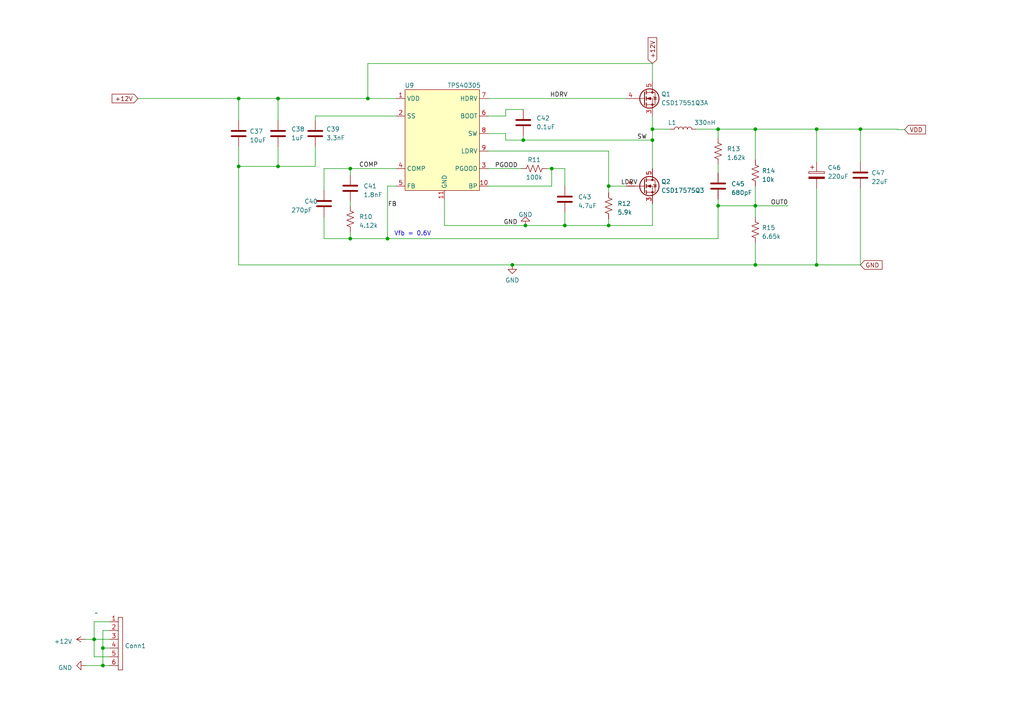
<source format=kicad_sch>
(kicad_sch (version 20230121) (generator eeschema)
  (paper "A4")
  (lib_symbols
    (symbol "Device:C" (pin_numbers hide) (pin_names (offset 0.254))
      (property "Reference" "C" (at 0.635 2.54 0))
      (property "Value" "C" (at 0.635 -2.54 0))
      (symbol "C_0_1"
        (polyline (pts (xy -2.032 -0.762) (xy 2.032 -0.762)) (stroke (width 0.508)))
        (polyline (pts (xy -2.032 0.762) (xy 2.032 0.762)) (stroke (width 0.508)))
      )
      (symbol "C_1_1"
        (pin passive line (at 0 3.81 270) (length 2.794) (name "~") (number "1"))
        (pin passive line (at 0 -3.81 90) (length 2.794) (name "~") (number "2"))
      )
    )
    (symbol "Device:C_Polarized" (pin_numbers hide) (pin_names (offset 0.254))
      (property "Reference" "C" (at 0.635 2.54 0))
      (property "Value" "C_Polarized" (at 0.635 -2.54 0))
      (symbol "C_Polarized_0_1"
        (rectangle (start -2.286 0.508) (end 2.286 1.016))
        (polyline (pts (xy -1.778 2.286) (xy -0.762 2.286)))
        (polyline (pts (xy -1.27 2.794) (xy -1.27 1.778)))
        (rectangle (start 2.286 -0.508) (end -2.286 -1.016) (fill (type outline)))
      )
      (symbol "C_Polarized_1_1"
        (pin passive line (at 0 3.81 270) (length 2.794) (name "~") (number "1"))
        (pin passive line (at 0 -3.81 90) (length 2.794) (name "~") (number "2"))
      )
    )
    (symbol "Device:L" (pin_numbers hide) (pin_names (offset 1.016) hide)
      (property "Reference" "L" (at -1.27 0 90))
      (property "Value" "L" (at 1.905 0 90))
      (symbol "L_0_1"
        (arc (start 0 -2.54) (mid 0.6323 -1.905) (end 0 -1.27))
        (arc (start 0 -1.27) (mid 0.6323 -0.635) (end 0 0))
        (arc (start 0 0) (mid 0.6323 0.635) (end 0 1.27))
        (arc (start 0 1.27) (mid 0.6323 1.905) (end 0 2.54))
      )
      (symbol "L_1_1"
        (pin passive line (at 0 3.81 270) (length 1.27) (name "1") (number "1"))
        (pin passive line (at 0 -3.81 90) (length 1.27) (name "2") (number "2"))
      )
    )
    (symbol "Device:R_US" (pin_numbers hide) (pin_names (offset 0))
      (property "Reference" "R" (at 2.54 0 90))
      (property "Value" "R_US" (at -2.54 0 90))
      (symbol "R_US_0_1"
        (polyline (pts (xy 0 -2.286) (xy 0 -2.54)))
        (polyline (pts (xy 0 2.286) (xy 0 2.54)))
        (polyline (pts (xy 0 -0.762) (xy 1.016 -1.143) (xy 0 -1.524) (xy -1.016 -1.905) (xy 0 -2.286)))
        (polyline (pts (xy 0 0.762) (xy 1.016 0.381) (xy 0 0) (xy -1.016 -0.381) (xy 0 -0.762)))
        (polyline (pts (xy 0 2.286) (xy 1.016 1.905) (xy 0 1.524) (xy -1.016 1.143) (xy 0 0.762)))
      )
      (symbol "R_US_1_1"
        (pin passive line (at 0 3.81 270) (length 1.27) (name "~") (number "1"))
        (pin passive line (at 0 -3.81 90) (length 1.27) (name "~") (number "2"))
      )
    )
    (symbol "New_Library:pcie6pin"
      (property "Reference" "Conn" (at 0 0 0))
      (symbol "pcie6pin_0_1"
        (rectangle (start 6.35 -16.51) (end 7.62 -16.51))
        (rectangle (start 6.35 -1.27) (end 6.35 -16.51))
        (rectangle (start 6.35 -1.27) (end 7.62 -1.27))
        (rectangle (start 7.62 -1.27) (end 7.62 -16.51))
      )
      (symbol "pcie6pin_1_1"
        (pin input line (at 3.81 -2.54 0) (length 2.54) (name "") (number "1"))
        (pin input line (at 3.81 -5.08 0) (length 2.54) (name "") (number "2"))
        (pin input line (at 3.81 -7.62 0) (length 2.54) (name "") (number "3"))
        (pin input line (at 3.81 -10.16 0) (length 2.54) (name "") (number "4"))
        (pin input line (at 3.81 -12.7 0) (length 2.54) (name "") (number "5"))
        (pin input line (at 3.81 -15.24 0) (length 2.54) (name "") (number "6"))
      )
    )
    (symbol "Q_NMOS_CSD17311Q5_1" (pin_names (offset 0) hide)
      (property "Reference" "Q" (at 5.08 1.27 0))
      (property "Value" "Q_NMOS_CSD17311Q5_1" (at 5.08 -1.27 0))
      (symbol "Q_NMOS_CSD17311Q5_1_0_1"
        (polyline (pts (xy 0.254 0) (xy -2.54 0)))
        (polyline (pts (xy 0.254 1.905) (xy 0.254 -1.905)) (stroke (width 0.254)))
        (polyline (pts (xy 0.762 -1.27) (xy 0.762 -2.286)) (stroke (width 0.254)))
        (polyline (pts (xy 0.762 0.508) (xy 0.762 -0.508)) (stroke (width 0.254)))
        (polyline (pts (xy 0.762 2.286) (xy 0.762 1.27)) (stroke (width 0.254)))
        (polyline (pts (xy 2.54 2.54) (xy 2.54 1.778)))
        (polyline (pts (xy 2.54 -2.54) (xy 2.54 0) (xy 0.762 0)))
        (polyline (pts (xy 0.762 -1.778) (xy 3.302 -1.778) (xy 3.302 1.778) (xy 0.762 1.778)))
        (polyline (pts (xy 1.016 0) (xy 2.032 0.381) (xy 2.032 -0.381) (xy 1.016 0)) (fill (type outline)))
        (polyline (pts (xy 2.794 0.508) (xy 2.921 0.381) (xy 3.683 0.381) (xy 3.81 0.254)))
        (polyline (pts (xy 3.302 0.381) (xy 2.921 -0.254) (xy 3.683 -0.254) (xy 3.302 0.381)))
        (circle (center 1.651 0) (radius 2.794) (stroke (width 0.254)))
        (circle (center 2.54 -1.778) (radius 0.254) (fill (type outline)))
        (circle (center 2.54 1.778) (radius 0.254) (fill (type outline)))
      )
      (symbol "Q_NMOS_CSD17311Q5_1_1_1"
        (pin passive line (at 2.54 -5.08 90) (length 2.54) hide (name "") (number "1"))
        (pin passive line (at 2.54 -5.08 90) (length 2.54) hide (name "") (number "2"))
        (pin passive line (at 2.54 -5.08 90) (length 2.54) (name "S") (number "3"))
        (pin input line (at -5.08 0 0) (length 2.54) (name "G") (number "4"))
        (pin passive line (at 2.54 5.08 270) (length 2.54) (name "D") (number "5"))
      )
    )
    (symbol "TPS40305:TPS40305"
      (property "Reference" "U" (at 10.16 16.51 0))
      (property "Value" "TPS40305" (at -7.62 16.51 0))
      (symbol "TPS40305_0_1"
        (rectangle (start -11.43 15.24) (end 10.16 -13.97) (stroke (width 0.1524)) (fill (type background)))
      )
      (symbol "TPS40305_1_1"
        (pin input line (at -13.97 12.7 0) (length 2.54) (name "VDD") (number "1"))
        (pin input line (at 12.7 -12.7 180) (length 2.54) (name "BP") (number "10"))
        (pin input line (at 0 -16.51 90) (length 2.54) (name "GND") (number "11"))
        (pin input line (at -13.97 7.62 0) (length 2.54) (name "SS") (number "2"))
        (pin input line (at 12.7 -7.62 180) (length 2.54) (name "PGOOD") (number "3"))
        (pin input line (at -13.97 -7.62 0) (length 2.54) (name "COMP") (number "4"))
        (pin input line (at -13.97 -12.7 0) (length 2.54) (name "FB") (number "5"))
        (pin input line (at 12.7 7.62 180) (length 2.54) (name "BOOT") (number "6"))
        (pin input line (at 12.7 12.7 180) (length 2.54) (name "HDRV") (number "7"))
        (pin input line (at 12.7 2.54 180) (length 2.54) (name "SW") (number "8"))
        (pin input line (at 12.7 -2.54 180) (length 2.54) (name "LDRV") (number "9"))
      )
    )
    (symbol "power:+12V" (power) (pin_names (offset 0))
      (property "Value" "+12V" (at 0 3.556 0))
      (symbol "+12V_0_1"
        (polyline (pts (xy -0.762 1.27) (xy 0 2.54)))
        (polyline (pts (xy 0 0) (xy 0 2.54)))
        (polyline (pts (xy 0 2.54) (xy 0.762 1.27)))
      )
      (symbol "+12V_1_1"
        (pin power_in line (at 0 0 90) (length 0) hide (name "+12V") (number "1"))
      )
    )
    (symbol "power:GND" (power) (pin_names (offset 0))
      (property "Value" "GND" (at 0 -3.81 0))
      (symbol "GND_0_1"
        (polyline (pts (xy 0 0) (xy 0 -1.27) (xy 1.27 -1.27) (xy 0 -2.54) (xy -1.27 -1.27) (xy 0 -1.27)))
      )
      (symbol "GND_1_1"
        (pin power_in line (at 0 0 270) (length 0) hide (name "GND") (number "1"))
      )
    )
  )
  (junction (at 219.075 76.835))
  (junction (at 236.855 37.465))
  (junction (at 208.28 37.465))
  (junction (at 219.075 59.69))
  (junction (at 208.28 59.69))
  (junction (at 160.02 48.895))
  (junction (at 176.53 65.405))
  (junction (at 80.645 48.26))
  (junction (at 27.305 185.42))
  (junction (at 163.83 65.405))
  (junction (at 101.6 69.215))
  (junction (at 189.23 40.64))
  (junction (at 189.23 37.465))
  (junction (at 249.555 37.465))
  (junction (at 29.845 187.96))
  (junction (at 148.59 76.835))
  (junction (at 69.215 28.575))
  (junction (at 69.215 48.26))
  (junction (at 106.68 28.575))
  (junction (at 80.645 28.575))
  (junction (at 101.6 48.895))
  (junction (at 152.4 65.405))
  (junction (at 151.765 40.64))
  (junction (at 112.395 69.215))
  (junction (at 29.845 193.04))
  (junction (at 219.075 37.465))
  (junction (at 176.53 53.975))
  (junction (at 236.855 76.835))
  (wire (pts (xy 128.905 65.405) (xy 152.4 65.405)))
  (wire (pts (xy 146.685 40.64) (xy 151.765 40.64)))
  (wire (pts (xy 208.28 69.215) (xy 112.395 69.215)))
  (wire (pts (xy 80.645 48.26) (xy 91.44 48.26)))
  (wire (pts (xy 163.83 65.405) (xy 176.53 65.405)))
  (wire (pts (xy 249.555 54.61) (xy 249.555 76.835)))
  (wire (pts (xy 236.855 37.465) (xy 219.075 37.465)))
  (wire (pts (xy 158.75 48.895) (xy 160.02 48.895)))
  (wire (pts (xy 219.075 70.485) (xy 219.075 76.835)))
  (wire (pts (xy 249.555 37.465) (xy 260.35 37.465)))
  (wire (pts (xy 29.845 193.04) (xy 29.845 187.96)))
  (wire (pts (xy 208.28 59.69) (xy 219.075 59.69)))
  (wire (pts (xy 27.305 185.42) (xy 31.75 185.42)))
  (wire (pts (xy 31.75 193.04) (xy 29.845 193.04)))
  (wire (pts (xy 163.83 61.595) (xy 163.83 65.405)))
  (wire (pts (xy 176.53 65.405) (xy 176.53 63.5)))
  (wire (pts (xy 219.075 76.835) (xy 236.855 76.835)))
  (wire (pts (xy 189.23 37.465) (xy 194.31 37.465)))
  (wire (pts (xy 189.23 37.465) (xy 189.23 40.64)))
  (wire (pts (xy 208.28 59.69) (xy 208.28 69.215)))
  (wire (pts (xy 219.075 53.975) (xy 219.075 59.69)))
  (wire (pts (xy 69.215 28.575) (xy 69.215 34.925)))
  (wire (pts (xy 141.605 38.735) (xy 146.685 38.735)))
  (wire (pts (xy 249.555 37.465) (xy 236.855 37.465)))
  (wire (pts (xy 80.645 28.575) (xy 106.68 28.575)))
  (wire (pts (xy 69.215 48.26) (xy 69.215 76.835)))
  (wire (pts (xy 101.6 48.895) (xy 93.98 48.895)))
  (wire (pts (xy 31.75 182.88) (xy 29.845 182.88)))
  (wire (pts (xy 29.845 187.96) (xy 31.75 187.96)))
  (wire (pts (xy 40.005 28.575) (xy 69.215 28.575)))
  (wire (pts (xy 93.98 69.215) (xy 93.98 62.865)))
  (wire (pts (xy 80.645 28.575) (xy 80.645 34.925)))
  (wire (pts (xy 24.765 193.04) (xy 29.845 193.04)))
  (wire (pts (xy 114.935 48.895) (xy 101.6 48.895)))
  (wire (pts (xy 80.645 42.545) (xy 80.645 48.26)))
  (wire (pts (xy 31.75 190.5) (xy 27.305 190.5)))
  (wire (pts (xy 219.075 59.69) (xy 228.6 59.69)))
  (wire (pts (xy 189.23 59.055) (xy 189.23 65.405)))
  (wire (pts (xy 141.605 43.815) (xy 176.53 43.815)))
  (wire (pts (xy 176.53 53.975) (xy 176.53 55.88)))
  (wire (pts (xy 106.68 28.575) (xy 114.935 28.575)))
  (wire (pts (xy 219.075 59.69) (xy 219.075 62.865)))
  (wire (pts (xy 101.6 69.215) (xy 93.98 69.215)))
  (wire (pts (xy 69.215 28.575) (xy 80.645 28.575)))
  (wire (pts (xy 27.305 190.5) (xy 27.305 185.42)))
  (wire (pts (xy 146.685 33.655) (xy 146.685 31.75)))
  (wire (pts (xy 146.685 38.735) (xy 146.685 40.64)))
  (wire (pts (xy 93.98 48.895) (xy 93.98 55.245)))
  (wire (pts (xy 146.685 31.75) (xy 151.765 31.75)))
  (wire (pts (xy 176.53 43.815) (xy 176.53 53.975)))
  (wire (pts (xy 189.23 18.415) (xy 189.23 23.495)))
  (wire (pts (xy 151.765 39.37) (xy 151.765 40.64)))
  (wire (pts (xy 160.02 48.895) (xy 163.83 48.895)))
  (wire (pts (xy 208.28 47.625) (xy 208.28 50.165)))
  (wire (pts (xy 114.935 53.975) (xy 112.395 53.975)))
  (wire (pts (xy 112.395 69.215) (xy 101.6 69.215)))
  (wire (pts (xy 69.215 76.835) (xy 148.59 76.835)))
  (wire (pts (xy 236.855 37.465) (xy 236.855 46.99)))
  (wire (pts (xy 114.935 33.655) (xy 91.44 33.655)))
  (wire (pts (xy 189.23 40.64) (xy 189.23 48.895)))
  (wire (pts (xy 91.44 42.545) (xy 91.44 48.26)))
  (wire (pts (xy 208.28 37.465) (xy 208.28 40.005)))
  (wire (pts (xy 160.02 53.975) (xy 160.02 48.895)))
  (wire (pts (xy 260.35 37.592) (xy 260.35 37.465)))
  (wire (pts (xy 141.605 28.575) (xy 181.61 28.575)))
  (wire (pts (xy 101.6 48.895) (xy 101.6 50.8)))
  (wire (pts (xy 249.555 46.99) (xy 249.555 37.465)))
  (wire (pts (xy 101.6 67.31) (xy 101.6 69.215)))
  (wire (pts (xy 141.605 33.655) (xy 146.685 33.655)))
  (wire (pts (xy 106.68 18.415) (xy 106.68 28.575)))
  (wire (pts (xy 24.765 185.42) (xy 27.305 185.42)))
  (wire (pts (xy 208.28 37.465) (xy 219.075 37.465)))
  (wire (pts (xy 262.382 37.592) (xy 260.35 37.592)))
  (wire (pts (xy 29.845 182.88) (xy 29.845 187.96)))
  (wire (pts (xy 189.23 33.655) (xy 189.23 37.465)))
  (wire (pts (xy 101.6 58.42) (xy 101.6 59.69)))
  (wire (pts (xy 152.4 65.405) (xy 163.83 65.405)))
  (wire (pts (xy 236.855 76.835) (xy 249.555 76.835)))
  (wire (pts (xy 176.53 53.975) (xy 181.61 53.975)))
  (wire (pts (xy 201.93 37.465) (xy 208.28 37.465)))
  (wire (pts (xy 219.075 37.465) (xy 219.075 46.355)))
  (wire (pts (xy 151.765 40.64) (xy 189.23 40.64)))
  (wire (pts (xy 141.605 53.975) (xy 160.02 53.975)))
  (wire (pts (xy 141.605 48.895) (xy 151.13 48.895)))
  (wire (pts (xy 148.59 76.835) (xy 219.075 76.835)))
  (wire (pts (xy 163.83 48.895) (xy 163.83 53.975)))
  (wire (pts (xy 69.215 48.26) (xy 80.645 48.26)))
  (wire (pts (xy 112.395 53.975) (xy 112.395 69.215)))
  (wire (pts (xy 189.23 65.405) (xy 176.53 65.405)))
  (wire (pts (xy 69.215 42.545) (xy 69.215 48.26)))
  (wire (pts (xy 27.305 180.34) (xy 27.305 185.42)))
  (wire (pts (xy 31.75 180.34) (xy 27.305 180.34)))
  (wire (pts (xy 236.855 54.61) (xy 236.855 76.835)))
  (wire (pts (xy 189.23 18.415) (xy 106.68 18.415)))
  (wire (pts (xy 208.28 57.785) (xy 208.28 59.69)))
  (wire (pts (xy 128.905 57.785) (xy 128.905 65.405)))
  (wire (pts (xy 91.44 33.655) (xy 91.44 34.925)))
  (text "Vfb = 0.6V" (at 114.3 68.58 0) (effects (font (size 1.27 1.27)) (justify left bottom)))
  (label "HDRV" (at 159.512 28.448 0))
  (label "FB" (at 112.522 60.198 0))
  (label "COMP" (at 104.14 48.768 0))
  (label "LDRV" (at 180.086 53.848 0))
  (label "OUT0" (at 223.52 59.69 0))
  (label "SW" (at 184.785 40.64 0))
  (label "GND" (at 146.05 65.405 0))
  (label "PGOOD" (at 143.51 48.895 0))
  (global_label "VDD" (shape input) (at 262.382 37.592 0) (property "Intersheetrefs" "${INTERSHEET_REFS}" (effects hide)))
  (global_label "+12V" (shape input) (at 189.23 18.415 90) (property "Intersheetrefs" "${INTERSHEET_REFS}" (effects hide)))
  (global_label "+12V" (shape input) (at 40.005 28.575 180) (property "Intersheetrefs" "${INTERSHEET_REFS}" (effects hide)))
  (global_label "GND" (shape input) (at 249.555 76.835 0) (property "Intersheetrefs" "${INTERSHEET_REFS}" (effects hide)))
  (symbol (lib_id "TPS40305:TPS40305") (at 128.905 41.275 0) (unit 1)
    (property "Reference" "U9" (at 118.745 24.765 0))
    (property "Value" "TPS40305" (at 134.62 24.765 0))
    (property "Footprint" "EASYEDA2KICAD:VSON-10_L3.0-W3.0-P0.50-BL-EP_TPS62410DRCR" (effects hide))
    (property "Datasheet" "https://www.ti.com/lit/ds/symlink/tps40303.pdf" (effects hide))
    (property "DK" "296-37445-1-ND" (effects hide))
    (property "PARTNO" "TPS40305DRCR" (effects hide))
    (property "LCSC Part" "C140285" (effects hide))
    (instances (project "Hashat" (path "" (reference "U9") (unit 1))) (project "VooDoo 4x PCIe" (path "" (reference "U1") (unit 1))) (project "power" (path "" (reference "U9") (unit 1))) (project "bitaxeMax" (path "" (reference "U9") (unit 1))))
  )
  (symbol (lib_id "power:GND") (at 148.59 76.835 0) (unit 1)
    (property "Reference" "#PWR012" (effects hide))
    (property "Value" "GND" (at 148.59 81.28 0))
  )
  (symbol (lib_id "Device:C") (at 101.6 54.61 0) (unit 1)
    (property "Reference" "C41" (at 105.41 53.975 0) (effects (justify left)))
    (property "Value" "1.8nF" (at 105.41 56.515 0) (effects (justify left)))
    (property "Footprint" "Capacitor_SMD:C_0805_2012Metric" (effects hide))
    (property "DK" "311-1128-1-ND" (effects hide))
    (property "PARTNO" "CC0805KRX7R9BB152" (effects hide))
    (instances (project "Hashat" (path "" (reference "C41") (unit 1))) (project "VooDoo 4x PCIe" (path "" (reference "C33") (unit 1))) (project "power" (path "" (reference "C41") (unit 1))) (project "bitaxeMax" (path "" (reference "C41") (unit 1))))
  )
  (symbol (lib_id "Device:C") (at 80.645 38.735 0) (unit 1)
    (property "Reference" "C38" (at 84.455 37.4649 0) (effects (justify left)))
    (property "Value" "1uF" (at 84.455 40.0049 0) (effects (justify left)))
    (property "Footprint" "Capacitor_SMD:C_0805_2012Metric" (effects hide))
    (property "DK" "1276-6471-1-ND" (effects hide))
    (property "PARTNO" "CL21B105KOFNNNG" (effects hide))
    (instances (project "Hashat" (path "" (reference "C38") (unit 1))) (project "VooDoo 4x PCIe" (path "" (reference "C29") (unit 1))) (project "power" (path "" (reference "C38") (unit 1))) (project "bitaxeMax" (path "" (reference "C38") (unit 1))))
  )
  (symbol (lib_name "Q_NMOS_CSD17311Q5_1") (lib_id "TPS40305:Q_NMOS_CSD17311Q5") (at 186.69 28.575 0) (unit 1)
    (property "Reference" "Q1" (at 191.77 27.305 0) (effects (justify left)))
    (property "Value" "CSD17551Q3A" (at 191.77 29.845 0) (effects (justify left)))
    (property "Footprint" "EASYEDA2KICAD:VSONP-8_L3.2-W3.0-P0.65-LS3.3-BL" (effects hide))
    (property "Datasheet" "https://www.ti.com/lit/ds/symlink/csd17311q5.pdf" (effects hide))
    (property "DK" "296-27625-1-ND" (effects hide))
    (property "PARTNO" "CSD17311Q5" (effects hide))
    (property "LCSC Part" "C139640" (effects hide))
  )
  (symbol (lib_id "Device:C") (at 93.98 59.055 0) (unit 1)
    (property "Reference" "C40" (at 88.265 58.42 0) (effects (justify left)))
    (property "Value" "270pF" (at 84.455 60.96 0) (effects (justify left)))
    (property "Footprint" "Capacitor_SMD:C_0805_2012Metric" (effects hide))
    (property "DK" "311-1114-1-ND" (effects hide))
    (property "PARTNO" "CC0805JRNPO9BN181" (effects hide))
    (instances (project "Hashat" (path "" (reference "C40") (unit 1))) (project "VooDoo 4x PCIe" (path "" (reference "C32") (unit 1))) (project "power" (path "" (reference "C40") (unit 1))) (project "bitaxeMax" (path "" (reference "C40") (unit 1))))
  )
  (symbol (lib_id "Device:C") (at 163.83 57.785 0) (unit 1)
    (property "Reference" "C43" (at 167.64 57.15 0) (effects (justify left)))
    (property "Value" "4.7uF" (at 167.64 59.69 0) (effects (justify left)))
    (property "Footprint" "Capacitor_SMD:C_0805_2012Metric" (effects hide))
    (property "DK" "1276-1096-1-ND" (effects hide))
    (property "PARTNO" "CL21A106KOQNNNE" (effects hide))
    (instances (project "Hashat" (path "" (reference "C43") (unit 1))) (project "VooDoo 4x PCIe" (path "" (reference "C36") (unit 1))) (project "power" (path "" (reference "C43") (unit 1))) (project "bitaxeMax" (path "" (reference "C43") (unit 1))))
  )
  (symbol (lib_id "power:GND") (at 24.765 193.04 270) (unit 1)
    (property "Reference" "#PWR09" (effects hide))
    (property "Value" "GND" (at 20.955 193.675 90) (effects (justify right)))
  )
  (symbol (lib_id "Device:R_US") (at 154.94 48.895 90) (unit 1)
    (property "Reference" "R11" (at 154.94 46.355 90))
    (property "Value" "100k" (at 154.94 51.435 90))
    (property "Footprint" "Resistor_SMD:R_0402_1005Metric" (effects hide))
    (property "DK" "311-100KJRCT-ND" (effects hide))
    (property "PARTNO" "RC0402JR-07100KL" (effects hide))
    (instances (project "Hashat" (path "" (reference "R11") (unit 1))) (project "VooDoo 4x PCIe" (path "" (reference "R8") (unit 1))) (project "power" (path "" (reference "R11") (unit 1))) (project "bitaxeMax" (path "" (reference "R11") (unit 1))))
  )
  (symbol (lib_id "Device:L") (at 198.12 37.465 90) (unit 1)
    (property "Reference" "L1" (at 194.945 35.56 90))
    (property "Value" "330nH" (at 204.47 35.56 90))
    (property "Footprint" "Inductor_SMD:L_Vishay_IHLP-4040" (effects hide))
    (property "Datasheet" "https://www.eaton.com/content/dam/eaton/products/electronic-components/resources/data-sheet/eaton-fp1005r-high-current-power-inductors-data-sheet.pdf" (effects hide))
    (property "PARTNO" "FP1005R1-R15-R" (effects hide))
    (property "DK" "513-1568-1-ND" (effects hide))
  )
  (symbol (lib_id "Device:C_Polarized") (at 236.855 50.8 0) (unit 1)
    (property "Reference" "C46" (at 240.03 48.6409 0) (effects (justify left)))
    (property "Value" "220uF" (at 240.03 51.1809 0) (effects (justify left)))
    (property "Footprint" "DOWNLOADED:CAP_2R5TPE220MFGB" (effects hide))
    (property "Datasheet" "https://media.digikey.com/pdf/Data%20Sheets/Panasonic%20Capacitors%20PDFs/TPE_Series_POSCAP_Rev02_Oct_2017.pdf" (effects hide))
    (property "PARTNO" "2R5TPE220MAFB" (effects hide))
    (property "DK" "P16200CT-ND" (effects hide))
    (instances (project "Hashat" (path "" (reference "C46") (unit 1))) (project "VooDoo 4x PCIe" (path "" (reference "C38") (unit 1))) (project "power" (path "" (reference "C46") (unit 1))) (project "bitaxeMax" (path "" (reference "C46") (unit 1))))
  )
  (symbol (lib_id "Device:R_US") (at 208.28 43.815 0) (unit 1)
    (property "Reference" "R13" (at 210.82 43.18 0) (effects (justify left)))
    (property "Value" "1.62k" (at 210.82 45.72 0) (effects (justify left)))
    (property "Footprint" "Resistor_SMD:R_0402_1005Metric" (effects hide))
    (property "DK" "311-1.33KLRCT-ND" (effects hide))
    (property "PARTNO" "RC0402FR-071K33L" (effects hide))
    (instances (project "Hashat" (path "" (reference "R13") (unit 1))) (project "VooDoo 4x PCIe" (path "" (reference "R10") (unit 1))) (project "power" (path "" (reference "R13") (unit 1))) (project "bitaxeMax" (path "" (reference "R13") (unit 1))))
  )
  (symbol (lib_id "Device:C") (at 91.44 38.735 0) (unit 1)
    (property "Reference" "C39" (at 94.615 37.4649 0) (effects (justify left)))
    (property "Value" "3.3nF" (at 94.615 40.0049 0) (effects (justify left)))
    (property "Footprint" "Capacitor_SMD:C_0402_1005Metric" (effects hide))
    (property "DK" "1276-1552-1-ND" (effects hide))
    (property "PARTNO" "CL05B332KB5NNNC" (effects hide))
    (instances (project "Hashat" (path "" (reference "C39") (unit 1))) (project "VooDoo 4x PCIe" (path "" (reference "C30") (unit 1))) (project "power" (path "" (reference "C39") (unit 1))) (project "bitaxeMax" (path "" (reference "C39") (unit 1))))
  )
  (symbol (lib_id "power:GND") (at 152.4 65.405 180) (unit 1)
    (property "Reference" "#PWR013" (effects hide))
    (property "Value" "GND" (at 152.4 62.23 0))
  )
  (symbol (lib_id "Device:C") (at 249.555 50.8 0) (unit 1)
    (property "Reference" "C47" (at 252.73 50.165 0) (effects (justify left)))
    (property "Value" "22uF" (at 252.73 52.705 0) (effects (justify left)))
    (property "Footprint" "Capacitor_SMD:C_1206_3216Metric" (effects hide))
    (property "PARTNO" "C3216X5R0J107M160AB" (effects hide))
    (property "DK" "445-6008-1-ND" (effects hide))
    (instances (project "Hashat" (path "" (reference "C47") (unit 1))) (project "VooDoo 4x PCIe" (path "" (reference "C39") (unit 1))) (project "power" (path "" (reference "C47") (unit 1))) (project "bitaxeMax" (path "" (reference "C47") (unit 1))))
  )
  (symbol (lib_id "Device:R_US") (at 219.075 50.165 0) (unit 1)
    (property "Reference" "R14" (at 220.98 49.53 0) (effects (justify left)))
    (property "Value" "10k" (at 220.98 52.07 0) (effects (justify left)))
    (property "Footprint" "Resistor_SMD:R_0402_1005Metric" (effects hide))
    (property "DK" "311-4.99KLRCT-ND" (effects hide))
    (property "PARTNO" "RC0402FR-074K99L" (effects hide))
    (instances (project "Hashat" (path "" (reference "R14") (unit 1))) (project "VooDoo 4x PCIe" (path "" (reference "R11") (unit 1))) (project "power" (path "" (reference "R14") (unit 1))) (project "bitaxeMax" (path "" (reference "R14") (unit 1))))
  )
  (symbol (lib_id "Device:R_US") (at 219.075 66.675 0) (unit 1)
    (property "Reference" "R15" (at 220.98 66.04 0) (effects (justify left)))
    (property "Value" "6.65k" (at 220.98 68.58 0) (effects (justify left)))
    (property "Footprint" "Resistor_SMD:R_0402_1005Metric" (effects hide))
    (property "DK" "311-3.32KLRCT-ND" (effects hide))
    (property "PARTNO" "RC0402FR-073K32L" (effects hide))
    (instances (project "Hashat" (path "" (reference "R15") (unit 1))) (project "VooDoo 4x PCIe" (path "" (reference "R12") (unit 1))) (project "power" (path "" (reference "R15") (unit 1))) (project "bitaxeMax" (path "" (reference "R15") (unit 1))))
  )
  (symbol (lib_name "Q_NMOS_CSD17311Q5_1") (lib_id "TPS40305:Q_NMOS_CSD17311Q5") (at 186.69 53.975 0) (unit 1)
    (property "Reference" "Q2" (at 191.77 52.705 0) (effects (justify left)))
    (property "Value" "CSD17575Q3" (at 191.77 55.245 0) (effects (justify left)))
    (property "Footprint" "EASYEDA2KICAD:VSON-CLIP-8_L3.3-W3.3-P0.65-BL" (effects hide))
    (property "Datasheet" "https://www.ti.com/lit/ds/symlink/csd17311q5.pdf" (effects hide))
    (property "DK" "296-27625-1-ND" (effects hide))
    (property "PARTNO" "CSD17311Q5" (effects hide))
    (property "LCSC Part" "C139640" (effects hide))
  )
  (symbol (lib_id "Device:C") (at 208.28 53.975 0) (unit 1)
    (property "Reference" "C45" (at 212.09 53.34 0) (effects (justify left)))
    (property "Value" "680pF" (at 212.09 55.88 0) (effects (justify left)))
    (property "Footprint" "Capacitor_SMD:C_0805_2012Metric" (effects hide))
    (property "DK" "1292-1580-1-ND" (effects hide))
    (property "PARTNO" "0805B471K500CT" (effects hide))
    (instances (project "Hashat" (path "" (reference "C45") (unit 1))) (project "VooDoo 4x PCIe" (path "" (reference "C37") (unit 1))) (project "power" (path "" (reference "C45") (unit 1))) (project "bitaxeMax" (path "" (reference "C45") (unit 1))))
  )
  (symbol (lib_id "Device:R_US") (at 101.6 63.5 0) (unit 1)
    (property "Reference" "R10" (at 104.14 62.865 0) (effects (justify left)))
    (property "Value" "4.12k" (at 104.14 65.405 0) (effects (justify left)))
    (property "Footprint" "Resistor_SMD:R_0402_1005Metric" (effects hide))
    (property "DK" "311-3.83KLRCT-ND" (effects hide))
    (property "PARTNO" "RC0402FR-073K83L" (effects hide))
    (instances (project "Hashat" (path "" (reference "R10") (unit 1))) (project "VooDoo 4x PCIe" (path "" (reference "R7") (unit 1))) (project "power" (path "" (reference "R10") (unit 1))) (project "bitaxeMax" (path "" (reference "R10") (unit 1))))
  )
  (symbol (lib_id "Device:C") (at 69.215 38.735 0) (unit 1)
    (property "Reference" "C37" (at 72.39 38.1 0) (effects (justify left)))
    (property "Value" "10uF" (at 72.39 40.64 0) (effects (justify left)))
    (property "Footprint" "Capacitor_SMD:C_1210_3225Metric" (effects hide))
    (property "DK" "490-6539-1-ND" (effects hide))
    (property "PARTNO" "GRM32ER61C476KE15L" (effects hide))
    (instances (project "Hashat" (path "" (reference "C37") (unit 1))) (project "VooDoo 4x PCIe" (path "" (reference "C28") (unit 1))) (project "power" (path "" (reference "C37") (unit 1))) (project "bitaxeMax" (path "" (reference "C37") (unit 1))))
  )
  (symbol (lib_id "power:+12V") (at 24.765 185.42 90) (unit 1)
    (property "Reference" "#PWR010" (effects hide))
    (property "Value" "+12V" (at 20.955 186.055 90) (effects (justify left)))
  )
  (symbol (lib_id "Device:R_US") (at 176.53 59.69 0) (unit 1)
    (property "Reference" "R12" (at 179.07 59.055 0) (effects (justify left)))
    (property "Value" "5.9k" (at 179.07 61.595 0) (effects (justify left)))
    (property "Footprint" "Resistor_SMD:R_0402_1005Metric" (effects hide))
    (property "DK" "RMCF0402FT4K12CT-ND" (effects hide))
    (property "PARTNO" "RMCF0402FT4K12" (effects hide))
    (instances (project "Hashat" (path "" (reference "R12") (unit 1))) (project "VooDoo 4x PCIe" (path "" (reference "R9") (unit 1))) (project "power" (path "" (reference "R12") (unit 1))) (project "bitaxeMax" (path "" (reference "R12") (unit 1))))
  )
  (symbol (lib_id "Device:C") (at 151.765 35.56 0) (unit 1)
    (property "Reference" "C42" (at 155.575 34.2899 0) (effects (justify left)))
    (property "Value" "0.1uF" (at 155.575 36.8299 0) (effects (justify left)))
    (property "Footprint" "Capacitor_SMD:C_0402_1005Metric" (effects hide))
    (property "DK" "1292-1639-1-ND" (effects hide))
    (property "PARTNO" "0402X104K100CT" (effects hide))
    (instances (project "Hashat" (path "" (reference "C42") (unit 1))) (project "VooDoo 4x PCIe" (path "" (reference "C34") (unit 1))) (project "power" (path "" (reference "C42") (unit 1))) (project "bitaxeMax" (path "" (reference "C42") (unit 1))))
  )
  (symbol (lib_id "New_Library:pcie6pin") (at 27.94 177.8 0) (unit 1)
    (property "Reference" "Conn1" (at 36.195 187.325 0) (effects (justify left)))
    (property "Value" "~" (at 27.94 177.8 0))
    (property "Footprint" "EASYEDA2KICAD:CONN-TH_HAA420A-6AW" (effects hide))
  )
)
</source>
